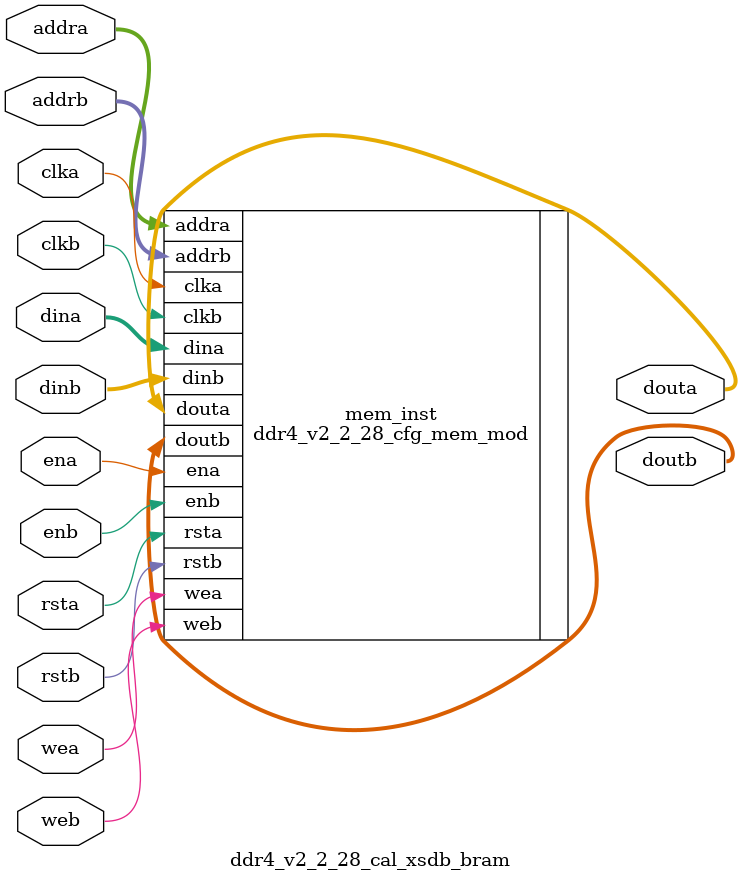
<source format=sv>
/******************************************************************************

******************************************************************************/
//   ____  ____
//  /   /\/   /
// /___/  \  /    Vendor             : AMD
// \   \   \/     Version            : 2.0
//  \   \         Application        : MIG
//  /   /         Filename           : ddr4_v2_2_28_cal_xsdb_bram.sv
// /___/   /\     Date Last Modified : $Date: 2015/04/23 $
// \   \  /  \    Date Created       : Tue May 13 2014
//  \___\/\___\
//
// Device           : UltraScale
// Design Name      : DDR4 SDRAM & DDR3 SDRAM
// Purpose          :
//                   ddr4_v2_2_28_cal_xsdb_bram module
// Reference        :
// Revision History :
//*****************************************************************************
`timescale 1ns / 1ps

(* bram_map="yes" *)

module ddr4_v2_2_28_cal_xsdb_bram
    #(	
    
		parameter       	  MEM                        	  =  "DDR4"
		,parameter       	  DBYTES                     	  =  8 //4
		,parameter            START_ADDRESS                   =  18
		,parameter  		  SPREAD_SHEET_VERSION            =  2
		,parameter            RTL_VERSION                     =  0
		,parameter            MEM_CODE                        =  0
		,parameter  		  MEMORY_TYPE                     =  (MEM == "DDR4") ? 2 : 1
		,parameter            MEMORY_CONFIGURATION            =  1
		,parameter            MEMORY_VOLTAGE                  =  1
        ,parameter            CLKFBOUT_MULT_PLL               =  4
        ,parameter            DIVCLK_DIVIDE_PLL               =  1
        ,parameter            CLKOUT0_DIVIDE_PLL              =  1
        ,parameter            CLKFBOUT_MULT_MMCM              =  4
        ,parameter            DIVCLK_DIVIDE_MMCM              =  1
        ,parameter            CLKOUT0_DIVIDE_MMCM             =  4
		,parameter  		  DQBITS	                      =  64
		,parameter			  NIBBLE                          =  DQBITS/4
		,parameter  		  BITS_PER_BYTE                   =  8 //DQBITS/DBYTES
		,parameter  		  SLOTS                   =  1
		,parameter  		  ABITS                           =  10
		,parameter  		  BABITS                          =  2
		,parameter       	  BGBITS              	          =  2
		,parameter       	  CKEBITS                  		  =  4
		,parameter       	  CSBITS             	          =  4
		,parameter       	  ODTBITS                    	  =  4
		,parameter       	  DRAM_WIDTH                 	  =  8      // # of DQ per DQS
		,parameter       	  RANKS                      	  =  4 // 1      //1, 2, 3, or 4
		,parameter            S_HEIGHT                        =  1
		,parameter       	  nCK_PER_CLK                	  =  1      // # of memory CKs per fabric CLK
        ,parameter            tCK                             =  2000		
		,parameter       	  DM_DBI_SETTING             	  =  7     //// 3bits requried all 7
		,parameter            BISC_EN                         =  0
		,parameter       	  USE_CS_PORT             	      =  1     //// 1 bit
		,parameter            EXTRA_CMD_DELAY                 =  0     //// 1 bit
		,parameter            REG_CTRL_ON                     =  0     // RDIMM register control
		,parameter            CA_MIRROR                       =  0     //// 1 bit
		,parameter       	  DQS_GATE                   	  =  7
		,parameter       	  WRLVL                      	  =  7
		,parameter       	  RDLVL                      	  =  7
		,parameter       	  RDLVL_DBI                       =  7
		,parameter       	  WR_DQS_DQ                  	  =  7
		,parameter       	  WR_DQS_DM_DBI                   =  7
		,parameter            WRITE_LAT                       =  7
		,parameter       	  RDLVL_COMPLEX                   =  3     ///2 bits required all 3
		,parameter       	  WR_DQS_COMPLEX                  =  3     ///2 bits required all 3
		,parameter       	  DQS_TRACKING               	  =  3
		,parameter       	  RD_VREF                    	  =  3
		,parameter       	  RD_VREF_PATTERN                 =  3
		,parameter       	  WR_VREF                    	  =  3
		,parameter       	  WR_VREF_PATTERN                 =  3
		,parameter       	  DQS_SAMPLE_CNT             	  =  127
		,parameter       	  WRLVL_SAMPLE_CNT           	  =  255
		,parameter       	  RDLVL_SAMPLE_CNT           	  =  127
		,parameter       	  COMPLEX_LOOP_CNT           	  =  255
		,parameter       	  IODELAY_QTR_CK_TAP_CNT     	  =  255
		,parameter       	  DEBUG_MESSAGES     	          =  0
		,parameter         	  MR0                     		  =  13'b0000000110000
		,parameter         	  MR1                     		  =  13'b0000100000001 //RTT_NOM=RZQ/4 (60 Ohm)
		,parameter         	  MR2                     		  =  13'b0000000011000
		,parameter         	  MR3                     		  =  13'b0000000000000
		,parameter         	  MR4                     		  =  13'b0000000000000
		,parameter         	  MR5                     		  =  13'b0010000000000
		,parameter         	  MR6                     		  =  13'b0100000000000
		,parameter            ODTWR                           = 16'h0000
		,parameter            ODTRD                           = 16'h0000
		,parameter            SLOT0_CONFIG                    = 0     // all 9 bits
		,parameter            SLOT1_CONFIG                    = 0     // all 9 bits
		,parameter            SLOT0_FUNC_CS                   = 0     // all 9 bits
		,parameter            SLOT1_FUNC_CS                   = 0     // all 9 bits
		,parameter            SLOT0_ODD_CS                    = 0     // all 9 bits
		,parameter            SLOT1_ODD_CS                    = 0     // all 9 bits
		,parameter            DDR4_REG_RC03                   = 0     // all 9 bits
		,parameter            DDR4_REG_RC04                   = 0     // all 9 bits
		,parameter            DDR4_REG_RC05                   = 0     // all 9 bits
		,parameter            DDR4_REG_RC3X                   = 0     // all 9 bits
		
		,parameter         	  MR0_0                   		  =  MR0[8:0]
		,parameter         	  MR0_1                   		  =  {5'b0,MR0[12:9]}
		,parameter         	  MR1_0                   		  =  MR1[8:0]
		,parameter         	  MR1_1                   		  =  {5'b0,MR1[12:9]}
		,parameter         	  MR2_0                   	 	  =  MR2[8:0]
		,parameter         	  MR2_1                   		  =  {5'b0,MR2[12:9]}
		,parameter         	  MR3_0                   		  =  MR3[8:0]
		,parameter         	  MR3_1                   		  =  {5'b0,MR3[12:9]}
		,parameter         	  MR4_0                   		  =  MR4[8:0]
		,parameter         	  MR4_1                   		  =  {5'b0,MR4[12:9]}
		,parameter         	  MR5_0                   		  =  MR5[8:0]
		,parameter         	  MR5_1                   		  =  {5'b0,MR5[12:9]}
		,parameter         	  MR6_0                   		  =  MR6[8:0]
		,parameter         	  MR6_1                   		  =  {5'b0,MR6[12:9]}
  
       ,parameter NUM_BRAMS    = 1
	   ,parameter SIZE         = 36 * 1024 * NUM_BRAMS
    // Specify INITs as 9 bit blocks (256 locations per blockRAM)
       ,parameter ADDR_WIDTH   = 16
	   ,parameter DATA_WIDTH   = 9
       ,parameter PIPELINE_REG = 1 
    )
  (
	
		clka,
		clkb,
		ena,
		enb,
		addra,
		addrb,
		dina,
		dinb,
		douta,
		doutb,
		wea,
		web,
		rsta,
		rstb
);
input clka;
input clkb;
input ena;
input enb;
input [ADDR_WIDTH-1:0]addra;
input [ADDR_WIDTH-1:0]addrb;
input [DATA_WIDTH-1:0]dina;
input [DATA_WIDTH-1:0]dinb;
input wea;
input web;
input rsta;
input rstb;
output reg [DATA_WIDTH-1:0]douta;
output reg [DATA_WIDTH-1:0]doutb;


// Initial values to the BlockRam 0
localparam [8:0] mem0_init_0 = {4'b0,START_ADDRESS[4:0]};
localparam [8:0] mem0_init_1 = 9'b0;
localparam [8:0] mem0_init_2 = 9'b0;
localparam [8:0] mem0_init_3 = {5'b0,SPREAD_SHEET_VERSION[3:0]};
localparam [8:0] mem0_init_4 = {6'b0,MEMORY_TYPE[2:0]};
localparam [8:0] mem0_init_5 = RANKS;
localparam [8:0] mem0_init_6 = DBYTES[8:0]; // MAN - repeats DBYTES parameter (may hardwire to BYTES for initial SW compatability)
localparam [8:0] mem0_init_7 = NIBBLE[8:0];
localparam [8:0] mem0_init_8 = BITS_PER_BYTE[8:0];
localparam [8:0] mem0_init_9 = 9'b1;
localparam [8:0] mem0_init_10 = 9'b1;
localparam [8:0] mem0_init_11 = 9'b1;
localparam [8:0] mem0_init_12 = SLOTS;
localparam [8:0] mem0_init_13 = 9'b0;
localparam [8:0] mem0_init_14 = 9'b0;
localparam [8:0] mem0_init_15 = 9'b0;
localparam [8:0] mem0_init_16 = 9'b0;
localparam [8:0] mem0_init_17 = 9'b0;
localparam [8:0] mem0_init_18 = RTL_VERSION[8:0];
localparam [8:0] mem0_init_19 = 9'b0;
localparam [8:0] mem0_init_20 = NUM_BRAMS[8:0];
localparam [8:0] mem0_init_21 = {BGBITS[1:0],BABITS[1:0],ABITS[4:0]};
localparam [8:0] mem0_init_22 = {ODTBITS[2:0],CSBITS[2:0],CKEBITS[2:0]};
localparam [8:0] mem0_init_23 = DBYTES[8:0];
localparam [8:0] mem0_init_24 = DRAM_WIDTH[8:0];
localparam [8:0] mem0_init_25 = {CA_MIRROR[0],REG_CTRL_ON[0],EXTRA_CMD_DELAY[0],USE_CS_PORT[0],BISC_EN[0],DM_DBI_SETTING[2:0],nCK_PER_CLK[0]};
localparam [8:0] mem0_init_26 = {RDLVL[2:0],WRLVL[2:0],DQS_GATE[2:0]};
localparam [8:0] mem0_init_27 = {WR_DQS_DM_DBI[2:0],WR_DQS_DQ[2:0],RDLVL_DBI[2:0]};
localparam [8:0] mem0_init_28 = {WR_DQS_COMPLEX[2:0],RDLVL_COMPLEX[2:0],WRITE_LAT[2:0]};
localparam [8:0] mem0_init_29 = {DEBUG_MESSAGES[0],RD_VREF_PATTERN[1:0],WR_VREF_PATTERN[1:0],RD_VREF[1:0],WR_VREF[1:0]};
localparam [8:0] mem0_init_30 = {7'b0,DQS_TRACKING[1:0]};
localparam [8:0] mem0_init_31 = DQS_SAMPLE_CNT[8:0];
localparam [8:0] mem0_init_32 = WRLVL_SAMPLE_CNT[8:0];
localparam [8:0] mem0_init_33 = RDLVL_SAMPLE_CNT[8:0];
localparam [8:0] mem0_init_34 = COMPLEX_LOOP_CNT[8:0];
localparam [8:0] mem0_init_35 = IODELAY_QTR_CK_TAP_CNT[8:0];
localparam [8:0] mem0_init_36 = {5'b0,S_HEIGHT[3:0]};
localparam [8:0] mem0_init_37 = 9'b0;
localparam [8:0] mem0_init_38 = 9'b0;
localparam [8:0] mem0_init_39 = 9'b0;
localparam [8:0] mem0_init_40 = {1'b0, ODTWR[7:0]};
localparam [8:0] mem0_init_41 = {1'b0, ODTWR[15:8]};
localparam [8:0] mem0_init_42 = {1'b0, ODTRD[7:0]};
localparam [8:0] mem0_init_43 = {1'b0, ODTRD[15:8]};
localparam [8:0] mem0_init_44 = SLOT0_CONFIG;
localparam [8:0] mem0_init_45 = SLOT1_CONFIG;
localparam [8:0] mem0_init_46 = SLOT0_FUNC_CS;
localparam [8:0] mem0_init_47 = SLOT1_FUNC_CS;
localparam [8:0] mem0_init_48 = SLOT0_ODD_CS;
localparam [8:0] mem0_init_49 = SLOT1_ODD_CS;
localparam [8:0] mem0_init_50 = DDR4_REG_RC03;
localparam [8:0] mem0_init_51 = DDR4_REG_RC04;
localparam [8:0] mem0_init_52 = DDR4_REG_RC05;
localparam [8:0] mem0_init_53 = DDR4_REG_RC3X;
localparam [8:0] mem0_init_54 = MR0_0[8:0];
localparam [8:0] mem0_init_55 = MR0_1[8:0];
localparam [8:0] mem0_init_56 = MR1_0[8:0];
localparam [8:0] mem0_init_57 = MR1_1[8:0];
localparam [8:0] mem0_init_58 = MR2_0[8:0];
localparam [8:0] mem0_init_59 = MR2_1[8:0];
localparam [8:0] mem0_init_60 = MR3_0[8:0];
localparam [8:0] mem0_init_61 = MR3_1[8:0];
localparam [8:0] mem0_init_62 = MR4_0[8:0];
localparam [8:0] mem0_init_63 = MR4_1[8:0];
localparam [8:0] mem0_init_64 = MR5_0[8:0];
localparam [8:0] mem0_init_65 = MR5_1[8:0];
localparam [8:0] mem0_init_66 = MR6_0[8:0];
localparam [8:0] mem0_init_67 = MR6_1[8:0];
localparam [8:0] mem0_init_68 = 9'b0;
localparam [8:0] mem0_init_69 = tCK[8:0];
localparam [8:0] mem0_init_70 = tCK[16:9];
localparam [8:0] mem0_init_71 = MEMORY_CONFIGURATION[8:0];
localparam [8:0] mem0_init_72 = MEMORY_VOLTAGE[8:0];
localparam [8:0] mem0_init_73 = CLKFBOUT_MULT_PLL[8:0];
localparam [8:0] mem0_init_74 = DIVCLK_DIVIDE_PLL[8:0];
localparam [8:0] mem0_init_75 = CLKFBOUT_MULT_MMCM[8:0];
localparam [8:0] mem0_init_76 = DIVCLK_DIVIDE_MMCM[8:0];
localparam [8:0] mem0_init_77 = 9'b0;
localparam [8:0] mem0_init_78 = 9'b0;
localparam [8:0] mem0_init_79 = 9'b0;
localparam [8:0] mem0_init_80 = 9'b0;
localparam [8:0] mem0_init_81 = 9'b0;
localparam [8:0] mem0_init_82 = 9'b0;
localparam [8:0] mem0_init_83 = 9'b0;
localparam [8:0] mem0_init_84 = 9'b0;
localparam [8:0] mem0_init_85 = 9'b0;
localparam [8:0] mem0_init_86 = 9'b0;
localparam [8:0] mem0_init_87 = 9'b0;
localparam [8:0] mem0_init_88 = 9'b0;
localparam [8:0] mem0_init_89 = 9'b0;
localparam [8:0] mem0_init_90 = 9'b0;
localparam [8:0] mem0_init_91 = 9'b0;
localparam [8:0] mem0_init_92 = 9'b0;
localparam [8:0] mem0_init_93 = 9'b0;
localparam [8:0] mem0_init_94 = 9'b0;
localparam [8:0] mem0_init_95 = 9'b0;
localparam [8:0] mem0_init_96 = 9'b0;
localparam [8:0] mem0_init_97 = 9'b0;
localparam [8:0] mem0_init_98 = 9'b0;
localparam [8:0] mem0_init_99 = 9'b0;
localparam [8:0] mem0_init_100 = 9'b0;
localparam [8:0] mem0_init_101 = 9'b0;
localparam [8:0] mem0_init_102 = 9'b0;
localparam [8:0] mem0_init_103 = 9'b0;
localparam [8:0] mem0_init_104 = 9'b0;
localparam [8:0] mem0_init_105 = 9'b0;
localparam [8:0] mem0_init_106 = 9'b0;
localparam [8:0] mem0_init_107 = 9'b0;
localparam [8:0] mem0_init_108 = 9'b0;
localparam [8:0] mem0_init_109 = 9'b0;
localparam [8:0] mem0_init_110 = 9'b0;
localparam [8:0] mem0_init_111 = 9'b0;
localparam [8:0] mem0_init_112 = 9'b0;
localparam [8:0] mem0_init_113 = 9'b0;
localparam [8:0] mem0_init_114 = 9'b0;
localparam [8:0] mem0_init_115 = 9'b0;
localparam [8:0] mem0_init_116 = 9'b0;
localparam [8:0] mem0_init_117 = 9'b0;
localparam [8:0] mem0_init_118 = 9'b0;
localparam [8:0] mem0_init_119 = 9'b0;
localparam [8:0] mem0_init_120 = 9'b0;
localparam [8:0] mem0_init_121 = 9'b0;
localparam [8:0] mem0_init_122 = 9'b0;
localparam [8:0] mem0_init_123 = 9'b0;
localparam [8:0] mem0_init_124 = 9'b0;
localparam [8:0] mem0_init_125 = 9'b0;
localparam [8:0] mem0_init_126 = 9'b0;
localparam [8:0] mem0_init_127 = 9'b0;
localparam [8:0] mem0_init_128 = 9'b0;
localparam [8:0] mem0_init_129 = 9'b0;
localparam [8:0] mem0_init_130 = 9'b0;
localparam [8:0] mem0_init_131 = 9'b0;
localparam [8:0] mem0_init_132 = 9'b0;
localparam [8:0] mem0_init_133 = 9'b0;
localparam [8:0] mem0_init_134 = 9'b0;
localparam [8:0] mem0_init_135 = 9'b0;
localparam [8:0] mem0_init_136 = 9'b0;
localparam [8:0] mem0_init_137 = 9'b0;
localparam [8:0] mem0_init_138 = 9'b0;
localparam [8:0] mem0_init_139 = 9'b0;
localparam [8:0] mem0_init_140 = 9'b0;
localparam [8:0] mem0_init_141 = 9'b0;
localparam [8:0] mem0_init_142 = 9'b0;
localparam [8:0] mem0_init_143 = 9'b0;
localparam [8:0] mem0_init_144 = 9'b0;
localparam [8:0] mem0_init_145 = 9'b0;
localparam [8:0] mem0_init_146 = 9'b0;
localparam [8:0] mem0_init_147 = 9'b0;
localparam [8:0] mem0_init_148 = 9'b0;
localparam [8:0] mem0_init_149 = 9'b0;
localparam [8:0] mem0_init_150 = 9'b0;
localparam [8:0] mem0_init_151 = 9'b0;
localparam [8:0] mem0_init_152 = 9'b0;
localparam [8:0] mem0_init_153 = 9'b0;
localparam [8:0] mem0_init_154 = 9'b0;
localparam [8:0] mem0_init_155 = 9'b0;
localparam [8:0] mem0_init_156 = 9'b0;
localparam [8:0] mem0_init_157 = 9'b0;
localparam [8:0] mem0_init_158 = 9'b0;
localparam [8:0] mem0_init_159 = 9'b0;
localparam [8:0] mem0_init_160 = 9'b0;
localparam [8:0] mem0_init_161 = 9'b0;
localparam [8:0] mem0_init_162 = 9'b0;
localparam [8:0] mem0_init_163 = 9'b0;
localparam [8:0] mem0_init_164 = 9'b0;
localparam [8:0] mem0_init_165 = 9'b0;
localparam [8:0] mem0_init_166 = 9'b0;
localparam [8:0] mem0_init_167 = 9'b0;
localparam [8:0] mem0_init_168 = 9'b0;
localparam [8:0] mem0_init_169 = 9'b0;
localparam [8:0] mem0_init_170 = 9'b0;
localparam [8:0] mem0_init_171 = 9'b0;
localparam [8:0] mem0_init_172 = 9'b0;
localparam [8:0] mem0_init_173 = 9'b0;
localparam [8:0] mem0_init_174 = 9'b0;
localparam [8:0] mem0_init_175 = 9'b0;
localparam [8:0] mem0_init_176 = 9'b0;
localparam [8:0] mem0_init_177 = 9'b0;
localparam [8:0] mem0_init_178 = 9'b0;
localparam [8:0] mem0_init_179 = 9'b0;
localparam [8:0] mem0_init_180 = 9'b0;
localparam [8:0] mem0_init_181 = 9'b0;
localparam [8:0] mem0_init_182 = 9'b0;
localparam [8:0] mem0_init_183 = 9'b0;
localparam [8:0] mem0_init_184 = 9'b0;
localparam [8:0] mem0_init_185 = 9'b0;
localparam [8:0] mem0_init_186 = 9'b0;
localparam [8:0] mem0_init_187 = 9'b0;
localparam [8:0] mem0_init_188 = 9'b0;
localparam [8:0] mem0_init_189 = 9'b0;
localparam [8:0] mem0_init_190 = 9'b0;
localparam [8:0] mem0_init_191 = 9'b0;
localparam [8:0] mem0_init_192 = 9'b0;
localparam [8:0] mem0_init_193 = 9'b0;
localparam [8:0] mem0_init_194 = 9'b0;
localparam [8:0] mem0_init_195 = 9'b0;
localparam [8:0] mem0_init_196 = 9'b0;
localparam [8:0] mem0_init_197 = 9'b0;
localparam [8:0] mem0_init_198 = 9'b0;
localparam [8:0] mem0_init_199 = 9'b0;
localparam [8:0] mem0_init_200 = 9'b0;
localparam [8:0] mem0_init_201 = 9'b0;
localparam [8:0] mem0_init_202 = 9'b0;
localparam [8:0] mem0_init_203 = 9'b0;
localparam [8:0] mem0_init_204 = 9'b0;
localparam [8:0] mem0_init_205 = 9'b0;
localparam [8:0] mem0_init_206 = 9'b0;
localparam [8:0] mem0_init_207 = 9'b0;
localparam [8:0] mem0_init_208 = 9'b0;
localparam [8:0] mem0_init_209 = 9'b0;
localparam [8:0] mem0_init_210 = 9'b0;
localparam [8:0] mem0_init_211 = 9'b0;
localparam [8:0] mem0_init_212 = 9'b0;
localparam [8:0] mem0_init_213 = 9'b0;
localparam [8:0] mem0_init_214 = 9'b0;
localparam [8:0] mem0_init_215 = 9'b0;
localparam [8:0] mem0_init_216 = 9'b0;
localparam [8:0] mem0_init_217 = 9'b0;
localparam [8:0] mem0_init_218 = 9'b0;
localparam [8:0] mem0_init_219 = 9'b0;
localparam [8:0] mem0_init_220 = 9'b0;
localparam [8:0] mem0_init_221 = 9'b0;
localparam [8:0] mem0_init_222 = 9'b0;
localparam [8:0] mem0_init_223 = 9'b0;
localparam [8:0] mem0_init_224 = 9'b0;
localparam [8:0] mem0_init_225 = 9'b0;
localparam [8:0] mem0_init_226 = 9'b0;
localparam [8:0] mem0_init_227 = 9'b0;
localparam [8:0] mem0_init_228 = 9'b0;
localparam [8:0] mem0_init_229 = 9'b0;
localparam [8:0] mem0_init_230 = 9'b0;
localparam [8:0] mem0_init_231 = 9'b0;
localparam [8:0] mem0_init_232 = 9'b0;
localparam [8:0] mem0_init_233 = 9'b0;
localparam [8:0] mem0_init_234 = 9'b0;
localparam [8:0] mem0_init_235 = 9'b0;
localparam [8:0] mem0_init_236 = 9'b0;
localparam [8:0] mem0_init_237 = 9'b0;
localparam [8:0] mem0_init_238 = 9'b0;
localparam [8:0] mem0_init_239 = 9'b0;
localparam [8:0] mem0_init_240 = 9'b0;
localparam [8:0] mem0_init_241 = 9'b0;
localparam [8:0] mem0_init_242 = 9'b0;
localparam [8:0] mem0_init_243 = 9'b0;
localparam [8:0] mem0_init_244 = 9'b0;
localparam [8:0] mem0_init_245 = 9'b0;
localparam [8:0] mem0_init_246 = 9'b0;
localparam [8:0] mem0_init_247 = 9'b0;
localparam [8:0] mem0_init_248 = 9'b0;
localparam [8:0] mem0_init_249 = 9'b0;
localparam [8:0] mem0_init_250 = 9'b0;
localparam [8:0] mem0_init_251 = 9'b0;
localparam [8:0] mem0_init_252 = 9'b0;
localparam [8:0] mem0_init_253 = 9'b0;
localparam [8:0] mem0_init_254 = 9'b0;
localparam [8:0] mem0_init_255 = 9'b0;

localparam [256*9-1:0] INIT_BRAM0 = {mem0_init_255,mem0_init_254,mem0_init_253,mem0_init_252,mem0_init_251,mem0_init_250,mem0_init_249,mem0_init_248,mem0_init_247,mem0_init_246,mem0_init_245,mem0_init_244,mem0_init_243,mem0_init_242,mem0_init_241,mem0_init_240,mem0_init_239,mem0_init_238,mem0_init_237,mem0_init_236,mem0_init_235,mem0_init_234,mem0_init_233,mem0_init_232,mem0_init_231,mem0_init_230,mem0_init_229,mem0_init_228,mem0_init_227,mem0_init_226,mem0_init_225,mem0_init_224,mem0_init_223,mem0_init_222,mem0_init_221,mem0_init_220,mem0_init_219,mem0_init_218,mem0_init_217,mem0_init_216,mem0_init_215,mem0_init_214,mem0_init_213,mem0_init_212,mem0_init_211,mem0_init_210,mem0_init_209,mem0_init_208,mem0_init_207,mem0_init_206,mem0_init_205,mem0_init_204,mem0_init_203,mem0_init_202,mem0_init_201,mem0_init_200,mem0_init_199,mem0_init_198,mem0_init_197,mem0_init_196,mem0_init_195,mem0_init_194,mem0_init_193,mem0_init_192,mem0_init_191,mem0_init_190,mem0_init_189,mem0_init_188,mem0_init_187,mem0_init_186,mem0_init_185,mem0_init_184,mem0_init_183,mem0_init_182,mem0_init_181,mem0_init_180,mem0_init_179,mem0_init_178,mem0_init_177,mem0_init_176,mem0_init_175,mem0_init_174,mem0_init_173,mem0_init_172,mem0_init_171,mem0_init_170,mem0_init_169,mem0_init_168,mem0_init_167,mem0_init_166,mem0_init_165,mem0_init_164,mem0_init_163,mem0_init_162,mem0_init_161,mem0_init_160,mem0_init_159,mem0_init_158,mem0_init_157,mem0_init_156,mem0_init_155,mem0_init_154,mem0_init_153,mem0_init_152,mem0_init_151,mem0_init_150,mem0_init_149,mem0_init_148,mem0_init_147,mem0_init_146,mem0_init_145,mem0_init_144,mem0_init_143,mem0_init_142,mem0_init_141,mem0_init_140,mem0_init_139,mem0_init_138,mem0_init_137,mem0_init_136,mem0_init_135,mem0_init_134,mem0_init_133,mem0_init_132,mem0_init_131,mem0_init_130,mem0_init_129,mem0_init_128,mem0_init_127,mem0_init_126,mem0_init_125,mem0_init_124,mem0_init_123,mem0_init_122,mem0_init_121,mem0_init_120,mem0_init_119,mem0_init_118,mem0_init_117,mem0_init_116,mem0_init_115,mem0_init_114,mem0_init_113,mem0_init_112,mem0_init_111,mem0_init_110,mem0_init_109,mem0_init_108,mem0_init_107,mem0_init_106,mem0_init_105,mem0_init_104,mem0_init_103,mem0_init_102,mem0_init_101,mem0_init_100,mem0_init_99,mem0_init_98,mem0_init_97,mem0_init_96,mem0_init_95,mem0_init_94,mem0_init_93,mem0_init_92,mem0_init_91,mem0_init_90,mem0_init_89,mem0_init_88,mem0_init_87,mem0_init_86,mem0_init_85,mem0_init_84,mem0_init_83,mem0_init_82,mem0_init_81,mem0_init_80,mem0_init_79,mem0_init_78,mem0_init_77,mem0_init_76,mem0_init_75,mem0_init_74,mem0_init_73,mem0_init_72,mem0_init_71,mem0_init_70,mem0_init_69,mem0_init_68,mem0_init_67,mem0_init_66,mem0_init_65,mem0_init_64,mem0_init_63,mem0_init_62,mem0_init_61,mem0_init_60,mem0_init_59,mem0_init_58,mem0_init_57,mem0_init_56,mem0_init_55,mem0_init_54,mem0_init_53,mem0_init_52,mem0_init_51,mem0_init_50,mem0_init_49,mem0_init_48,mem0_init_47,mem0_init_46,mem0_init_45,mem0_init_44,mem0_init_43,mem0_init_42,mem0_init_41,mem0_init_40,mem0_init_39,mem0_init_38,mem0_init_37,mem0_init_36,mem0_init_35,mem0_init_34,mem0_init_33,mem0_init_32,mem0_init_31,mem0_init_30,mem0_init_29,mem0_init_28,mem0_init_27,mem0_init_26,mem0_init_25,mem0_init_24,mem0_init_23,mem0_init_22,mem0_init_21,mem0_init_20,mem0_init_19,mem0_init_18,mem0_init_17,mem0_init_16,mem0_init_15,mem0_init_14,mem0_init_13,mem0_init_12,mem0_init_11,mem0_init_10,mem0_init_9,mem0_init_8,mem0_init_7,mem0_init_6,mem0_init_5,mem0_init_4,mem0_init_3,mem0_init_2,mem0_init_1,mem0_init_0};

// Populate INIT's for rest of BlockRAMs if required
localparam [256*9*NUM_BRAMS-1:0] INIT = ( NUM_BRAMS == 1 ) ? INIT_BRAM0 : ( NUM_BRAMS == 2 ) ? {2304'b0 ,INIT_BRAM0} : {{2{2304'b0}} ,INIT_BRAM0};

ddr4_v2_2_28_cfg_mem_mod # (
               .SIZE(SIZE),
               .INIT(INIT),
               .ADDR_WIDTH(ADDR_WIDTH),
               .DATA_WIDTH(9),
               .PIPELINE_REG(PIPELINE_REG)
              )
     mem_inst (
                .clka(clka),
                .clkb(clkb),
                .ena(ena),
                .enb(enb),
                .addra(addra),
                .addrb(addrb),
                .dina(dina),
                .dinb(dinb),
                .wea(wea),
                .web(web),
                .rsta(rsta),
                .rstb(rstb),
                .douta(douta),
                .doutb(doutb)
               );

endmodule


</source>
